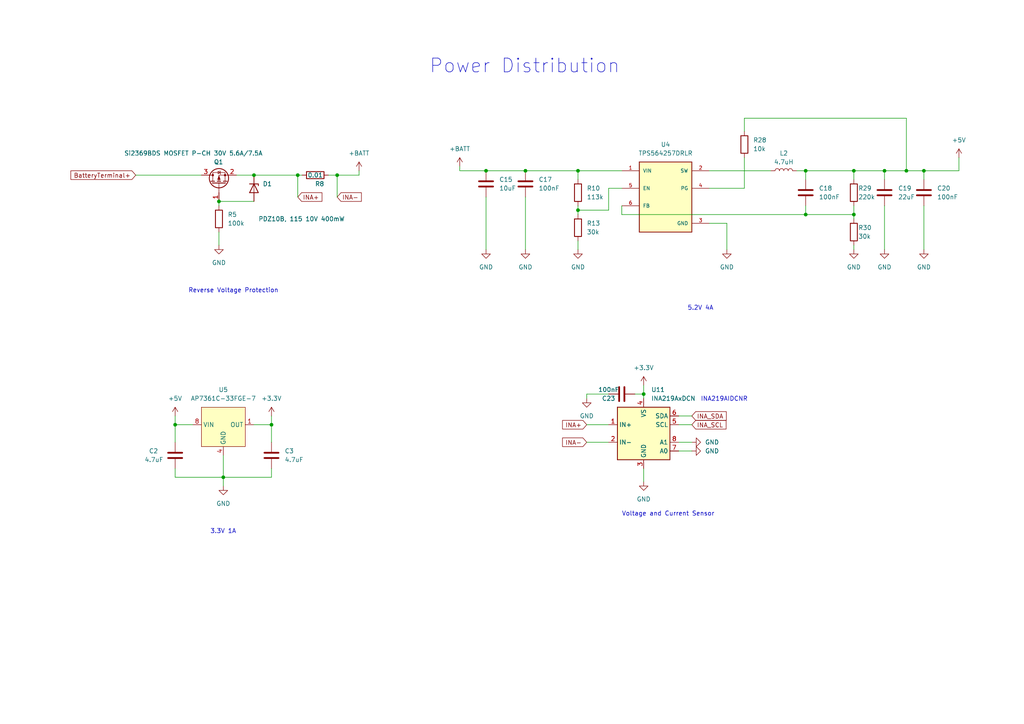
<source format=kicad_sch>
(kicad_sch (version 20231120) (generator "eeschema") (generator_version "8.0")
  (paper "A4")
  (lib_symbols
    (symbol "CustomLibrary:AP7361C-33FGE-7"
      (property "Reference" "U" (at 5.08 -6.35 0))
      (property "Value" "AP7361C-33FGE-7" (at -1.27 7.62 0))
      (symbol "AP7361C-33FGE-7_1_1"
        (rectangle (start -6.35 6.35) (end 6.35 -5.08) (fill (type background)))
        (pin power_out line (at 8.89 1.27 180) (length 2.54) (name "OUT") (number "1"))
        (pin power_in line (at 0 -7.62 90) (length 2.54) (name "GND") (number "4"))
        (pin power_in line (at -8.89 1.27 0) (length 2.54) (name "VIN") (number "8"))
      )
    )
    (symbol "Device:C" (pin_numbers hide) (pin_names (offset 0.254))
      (property "Reference" "C" (at 0.635 2.54 0))
      (property "Value" "C" (at 0.635 -2.54 0))
      (symbol "C_0_1"
        (polyline (pts (xy -2.032 -0.762) (xy 2.032 -0.762)) (stroke (width 0.508)))
        (polyline (pts (xy -2.032 0.762) (xy 2.032 0.762)) (stroke (width 0.508)))
      )
      (symbol "C_1_1"
        (pin passive line (at 0 3.81 270) (length 2.794) (name "~") (number "1"))
        (pin passive line (at 0 -3.81 90) (length 2.794) (name "~") (number "2"))
      )
    )
    (symbol "Device:D_Zener" (pin_numbers hide) (pin_names (offset 1.016) hide)
      (property "Reference" "D" (at 0 2.54 0))
      (property "Value" "D_Zener" (at 0 -2.54 0))
      (symbol "D_Zener_0_1"
        (polyline (pts (xy 1.27 0) (xy -1.27 0)))
        (polyline (pts (xy -1.27 -1.27) (xy -1.27 1.27) (xy -0.762 1.27)) (stroke (width 0.254)))
        (polyline (pts (xy 1.27 -1.27) (xy 1.27 1.27) (xy -1.27 0) (xy 1.27 -1.27)) (stroke (width 0.254)))
      )
      (symbol "D_Zener_1_1"
        (pin passive line (at -3.81 0 0) (length 2.54) (name "K") (number "1"))
        (pin passive line (at 3.81 0 180) (length 2.54) (name "A") (number "2"))
      )
    )
    (symbol "Device:L" (pin_numbers hide) (pin_names (offset 1.016) hide)
      (property "Reference" "L" (at -1.27 0 90))
      (property "Value" "L" (at 1.905 0 90))
      (symbol "L_0_1"
        (arc (start 0 -2.54) (mid 0.6323 -1.905) (end 0 -1.27))
        (arc (start 0 -1.27) (mid 0.6323 -0.635) (end 0 0))
        (arc (start 0 0) (mid 0.6323 0.635) (end 0 1.27))
        (arc (start 0 1.27) (mid 0.6323 1.905) (end 0 2.54))
      )
      (symbol "L_1_1"
        (pin passive line (at 0 3.81 270) (length 1.27) (name "1") (number "1"))
        (pin passive line (at 0 -3.81 90) (length 1.27) (name "2") (number "2"))
      )
    )
    (symbol "Device:R" (pin_numbers hide) (pin_names (offset 0))
      (property "Reference" "R" (at 2.032 0 90))
      (property "Value" "R" (at 0 0 90))
      (symbol "R_0_1"
        (rectangle (start -1.016 -2.54) (end 1.016 2.54) (stroke (width 0.254)))
      )
      (symbol "R_1_1"
        (pin passive line (at 0 3.81 270) (length 1.27) (name "~") (number "1"))
        (pin passive line (at 0 -3.81 90) (length 1.27) (name "~") (number "2"))
      )
    )
    (symbol "Sensor_Energy:INA219AxDCN"
      (property "Reference" "U" (at -6.35 8.89 0))
      (property "Value" "INA219AxDCN" (at 6.35 8.89 0))
      (symbol "INA219AxDCN_0_1"
        (rectangle (start -7.62 7.62) (end 7.62 -7.62) (stroke (width 0.254)) (fill (type background)))
      )
      (symbol "INA219AxDCN_1_1"
        (pin input line (at -10.16 2.54 0) (length 2.54) (name "IN+") (number "1"))
        (pin input line (at -10.16 -2.54 0) (length 2.54) (name "IN-") (number "2"))
        (pin power_in line (at 0 -10.16 90) (length 2.54) (name "GND") (number "3"))
        (pin power_in line (at 0 10.16 270) (length 2.54) (name "VS") (number "4"))
        (pin input line (at 10.16 2.54 180) (length 2.54) (name "SCL") (number "5"))
        (pin bidirectional line (at 10.16 5.08 180) (length 2.54) (name "SDA") (number "6"))
        (pin input line (at 10.16 -5.08 180) (length 2.54) (name "A0") (number "7"))
        (pin input line (at 10.16 -2.54 180) (length 2.54) (name "A1") (number "8"))
      )
    )
    (symbol "TPS564257DRLR:TPS564257DRLR" (pin_names (offset 1.016))
      (property "Reference" "U" (at -7.62 12.7 0))
      (property "Value" "TPS564257DRLR" (at -7.62 -12.7 0))
      (symbol "TPS564257DRLR_0_0"
        (rectangle (start -7.62 -10.16) (end 7.62 10.16) (stroke (width 0.254)) (fill (type background)))
        (pin power_in line (at -12.7 7.62 0) (length 5.08) (name "VIN") (number "1"))
        (pin power_in line (at 12.7 7.62 180) (length 5.08) (name "SW") (number "2"))
        (pin power_in line (at 12.7 -7.62 180) (length 5.08) (name "GND") (number "3"))
        (pin output line (at 12.7 2.54 180) (length 5.08) (name "PG") (number "4"))
        (pin input line (at -12.7 2.54 0) (length 5.08) (name "EN") (number "5"))
        (pin input line (at -12.7 -2.54 0) (length 5.08) (name "FB") (number "6"))
      )
    )
    (symbol "Transistor_FET:Si2371EDS" (pin_names hide)
      (property "Reference" "Q" (at 5.08 1.905 0))
      (property "Value" "Si2371EDS" (at 5.08 0 0))
      (symbol "Si2371EDS_0_1"
        (polyline (pts (xy 0.254 0) (xy -2.54 0)))
        (polyline (pts (xy 0.254 1.905) (xy 0.254 -1.905)) (stroke (width 0.254)))
        (polyline (pts (xy 0.762 -1.27) (xy 0.762 -2.286)) (stroke (width 0.254)))
        (polyline (pts (xy 0.762 0.508) (xy 0.762 -0.508)) (stroke (width 0.254)))
        (polyline (pts (xy 0.762 2.286) (xy 0.762 1.27)) (stroke (width 0.254)))
        (polyline (pts (xy 2.54 2.54) (xy 2.54 1.778)))
        (polyline (pts (xy 2.54 -2.54) (xy 2.54 0) (xy 0.762 0)))
        (polyline (pts (xy 0.762 1.778) (xy 3.302 1.778) (xy 3.302 -1.778) (xy 0.762 -1.778)))
        (polyline (pts (xy 2.286 0) (xy 1.27 0.381) (xy 1.27 -0.381) (xy 2.286 0)) (fill (type outline)))
        (polyline (pts (xy 2.794 -0.508) (xy 2.921 -0.381) (xy 3.683 -0.381) (xy 3.81 -0.254)))
        (polyline (pts (xy 3.302 -0.381) (xy 2.921 0.254) (xy 3.683 0.254) (xy 3.302 -0.381)))
        (circle (center 1.651 0) (radius 2.794) (stroke (width 0.254)))
        (circle (center 2.54 -1.778) (radius 0.254) (fill (type outline)))
        (circle (center 2.54 1.778) (radius 0.254) (fill (type outline)))
      )
      (symbol "Si2371EDS_1_1"
        (pin input line (at -5.08 0 0) (length 2.54) (name "G") (number "1"))
        (pin passive line (at 2.54 -5.08 90) (length 2.54) (name "S") (number "2"))
        (pin passive line (at 2.54 5.08 270) (length 2.54) (name "D") (number "3"))
      )
    )
    (symbol "power:+3.3V" (power) (pin_names (offset 0))
      (property "Value" "+3.3V" (at 0 3.556 0))
      (symbol "+3.3V_0_1"
        (polyline (pts (xy -0.762 1.27) (xy 0 2.54)))
        (polyline (pts (xy 0 0) (xy 0 2.54)))
        (polyline (pts (xy 0 2.54) (xy 0.762 1.27)))
      )
      (symbol "+3.3V_1_1"
        (pin power_in line (at 0 0 90) (length 0) hide (name "+3.3V") (number "1"))
      )
    )
    (symbol "power:+5V" (power) (pin_names (offset 0))
      (property "Value" "+5V" (at 0 3.556 0))
      (symbol "+5V_0_1"
        (polyline (pts (xy -0.762 1.27) (xy 0 2.54)))
        (polyline (pts (xy 0 0) (xy 0 2.54)))
        (polyline (pts (xy 0 2.54) (xy 0.762 1.27)))
      )
      (symbol "+5V_1_1"
        (pin power_in line (at 0 0 90) (length 0) hide (name "+5V") (number "1"))
      )
    )
    (symbol "power:+BATT" (power) (pin_names (offset 0))
      (property "Value" "+BATT" (at 0 3.556 0))
      (symbol "+BATT_0_1"
        (polyline (pts (xy -0.762 1.27) (xy 0 2.54)))
        (polyline (pts (xy 0 0) (xy 0 2.54)))
        (polyline (pts (xy 0 2.54) (xy 0.762 1.27)))
      )
      (symbol "+BATT_1_1"
        (pin power_in line (at 0 0 90) (length 0) hide (name "+BATT") (number "1"))
      )
    )
    (symbol "power:GND" (power) (pin_names (offset 0))
      (property "Value" "GND" (at 0 -3.81 0))
      (symbol "GND_0_1"
        (polyline (pts (xy 0 0) (xy 0 -1.27) (xy 1.27 -1.27) (xy 0 -2.54) (xy -1.27 -1.27) (xy 0 -1.27)))
      )
      (symbol "GND_1_1"
        (pin power_in line (at 0 0 270) (length 0) hide (name "GND") (number "1"))
      )
    )
  )
  (junction (at 167.64 49.53))
  (junction (at 50.8 123.19))
  (junction (at 73.66 50.8))
  (junction (at 267.97 49.53))
  (junction (at 86.36 50.8))
  (junction (at 64.77 138.43))
  (junction (at 233.68 62.23))
  (junction (at 233.68 49.53))
  (junction (at 140.97 49.53))
  (junction (at 78.74 123.19))
  (junction (at 167.64 60.96))
  (junction (at 247.65 49.53))
  (junction (at 256.54 49.53))
  (junction (at 63.5 58.42))
  (junction (at 262.89 49.53))
  (junction (at 152.4 49.53))
  (junction (at 247.65 62.23))
  (junction (at 97.79 50.8))
  (junction (at 186.69 114.3))
  (wire (pts (xy 50.8 138.43) (xy 64.77 138.43)))
  (wire (pts (xy 256.54 49.53) (xy 247.65 49.53)))
  (wire (pts (xy 86.36 50.8) (xy 86.36 57.15)))
  (wire (pts (xy 247.65 49.53) (xy 233.68 49.53)))
  (wire (pts (xy 167.64 60.96) (xy 167.64 62.23)))
  (wire (pts (xy 267.97 49.53) (xy 262.89 49.53)))
  (wire (pts (xy 210.82 64.77) (xy 210.82 72.39)))
  (wire (pts (xy 63.5 59.69) (xy 63.5 58.42)))
  (wire (pts (xy 78.74 138.43) (xy 78.74 135.89)))
  (wire (pts (xy 73.66 50.8) (xy 86.36 50.8)))
  (wire (pts (xy 104.14 49.53) (xy 104.14 50.8)))
  (wire (pts (xy 78.74 123.19) (xy 73.66 123.19)))
  (wire (pts (xy 233.68 59.69) (xy 233.68 62.23)))
  (wire (pts (xy 170.18 115.57) (xy 170.18 114.3)))
  (wire (pts (xy 247.65 71.12) (xy 247.65 72.39)))
  (wire (pts (xy 176.53 123.19) (xy 170.18 123.19)))
  (wire (pts (xy 233.68 52.07) (xy 233.68 49.53)))
  (wire (pts (xy 215.9 38.1) (xy 215.9 34.29)))
  (wire (pts (xy 133.35 49.53) (xy 140.97 49.53)))
  (wire (pts (xy 50.8 138.43) (xy 50.8 135.89)))
  (wire (pts (xy 267.97 59.69) (xy 267.97 72.39)))
  (wire (pts (xy 180.34 59.69) (xy 180.34 62.23)))
  (wire (pts (xy 39.37 50.8) (xy 58.42 50.8)))
  (wire (pts (xy 262.89 34.29) (xy 262.89 49.53)))
  (wire (pts (xy 247.65 62.23) (xy 247.65 63.5)))
  (wire (pts (xy 64.77 132.08) (xy 64.77 138.43)))
  (wire (pts (xy 247.65 59.69) (xy 247.65 62.23)))
  (wire (pts (xy 97.79 50.8) (xy 104.14 50.8)))
  (wire (pts (xy 95.25 50.8) (xy 97.79 50.8)))
  (wire (pts (xy 186.69 114.3) (xy 186.69 115.57)))
  (wire (pts (xy 186.69 111.76) (xy 186.69 114.3)))
  (wire (pts (xy 205.74 54.61) (xy 215.9 54.61)))
  (wire (pts (xy 176.53 128.27) (xy 170.18 128.27)))
  (wire (pts (xy 215.9 54.61) (xy 215.9 45.72)))
  (wire (pts (xy 267.97 52.07) (xy 267.97 49.53)))
  (wire (pts (xy 167.64 60.96) (xy 167.64 59.69)))
  (wire (pts (xy 196.85 128.27) (xy 200.66 128.27)))
  (wire (pts (xy 140.97 49.53) (xy 152.4 49.53)))
  (wire (pts (xy 64.77 138.43) (xy 64.77 140.97)))
  (wire (pts (xy 176.53 54.61) (xy 176.53 60.96)))
  (wire (pts (xy 78.74 128.27) (xy 78.74 123.19)))
  (wire (pts (xy 247.65 52.07) (xy 247.65 49.53)))
  (wire (pts (xy 63.5 67.31) (xy 63.5 71.12)))
  (wire (pts (xy 184.15 114.3) (xy 186.69 114.3)))
  (wire (pts (xy 50.8 123.19) (xy 50.8 128.27)))
  (wire (pts (xy 167.64 49.53) (xy 180.34 49.53)))
  (wire (pts (xy 68.58 50.8) (xy 73.66 50.8)))
  (wire (pts (xy 205.74 49.53) (xy 223.52 49.53)))
  (wire (pts (xy 152.4 57.15) (xy 152.4 72.39)))
  (wire (pts (xy 63.5 58.42) (xy 73.66 58.42)))
  (wire (pts (xy 186.69 135.89) (xy 186.69 139.7)))
  (wire (pts (xy 215.9 34.29) (xy 262.89 34.29)))
  (wire (pts (xy 78.74 120.65) (xy 78.74 123.19)))
  (wire (pts (xy 233.68 49.53) (xy 231.14 49.53)))
  (wire (pts (xy 64.77 138.43) (xy 78.74 138.43)))
  (wire (pts (xy 180.34 54.61) (xy 176.53 54.61)))
  (wire (pts (xy 86.36 50.8) (xy 87.63 50.8)))
  (wire (pts (xy 196.85 123.19) (xy 200.66 123.19)))
  (wire (pts (xy 196.85 130.81) (xy 200.66 130.81)))
  (wire (pts (xy 167.64 49.53) (xy 167.64 52.07)))
  (wire (pts (xy 140.97 57.15) (xy 140.97 72.39)))
  (wire (pts (xy 278.13 45.72) (xy 278.13 49.53)))
  (wire (pts (xy 167.64 69.85) (xy 167.64 72.39)))
  (wire (pts (xy 256.54 59.69) (xy 256.54 72.39)))
  (wire (pts (xy 180.34 62.23) (xy 233.68 62.23)))
  (wire (pts (xy 262.89 49.53) (xy 256.54 49.53)))
  (wire (pts (xy 278.13 49.53) (xy 267.97 49.53)))
  (wire (pts (xy 256.54 52.07) (xy 256.54 49.53)))
  (wire (pts (xy 97.79 50.8) (xy 97.79 57.15)))
  (wire (pts (xy 50.8 123.19) (xy 50.8 120.65)))
  (wire (pts (xy 170.18 114.3) (xy 176.53 114.3)))
  (wire (pts (xy 233.68 62.23) (xy 247.65 62.23)))
  (wire (pts (xy 55.88 123.19) (xy 50.8 123.19)))
  (wire (pts (xy 205.74 64.77) (xy 210.82 64.77)))
  (wire (pts (xy 133.35 48.26) (xy 133.35 49.53)))
  (wire (pts (xy 152.4 49.53) (xy 167.64 49.53)))
  (wire (pts (xy 176.53 60.96) (xy 167.64 60.96)))
  (wire (pts (xy 196.85 120.65) (xy 200.66 120.65)))
  (text "INA219AIDCNR" (at 210.058 115.824 0) (effects (font (size 1.27 1.27))))
  (text "Voltage and Current Sensor\n" (at 180.34 149.86 0) (effects (font (size 1.27 1.27)) (justify left bottom)))
  (text "3.3V 1A" (at 60.96 154.94 0) (effects (font (size 1.27 1.27)) (justify left bottom)))
  (text "Reverse Voltage Protection\n" (at 54.61 85.09 0) (effects (font (size 1.27 1.27)) (justify left bottom)))
  (text "5.2V 4A" (at 199.39 90.17 0) (effects (font (size 1.27 1.27)) (justify left bottom)))
  (text "Power Distribution" (at 124.46 21.59 0) (effects (font (size 4 4)) (justify left bottom)))
  (global_label "INA_SDA" (shape input) (at 200.66 120.65 0) (property "Intersheetrefs" "${INTERSHEET_REFS}" (effects (hide yes))))
  (global_label "INA-" (shape input) (at 170.18 128.27 180) (property "Intersheetrefs" "${INTERSHEET_REFS}" (effects (hide yes))))
  (global_label "INA+" (shape input) (at 86.36 57.15 0) (property "Intersheetrefs" "${INTERSHEET_REFS}" (effects (hide yes))))
  (global_label "INA+" (shape input) (at 170.18 123.19 180) (property "Intersheetrefs" "${INTERSHEET_REFS}" (effects (hide yes))))
  (global_label "BatteryTerminal+" (shape input) (at 39.37 50.8 180) (property "Intersheetrefs" "${INTERSHEET_REFS}" (effects (hide yes))))
  (global_label "INA_SCL" (shape input) (at 200.66 123.19 0) (property "Intersheetrefs" "${INTERSHEET_REFS}" (effects (hide yes))))
  (global_label "INA-" (shape input) (at 97.79 57.15 0) (property "Intersheetrefs" "${INTERSHEET_REFS}" (effects (hide yes))))
  (symbol (lib_id "Device:R") (at 247.65 55.88 0) (unit 1)
    (property "Reference" "R29" (at 248.92 54.61 0) (effects (justify left)))
    (property "Value" "220k" (at 248.92 57.15 0) (effects (justify left)))
    (property "Footprint" "Resistor_SMD:R_0603_1608Metric" (effects (hide yes)))
  )
  (symbol (lib_id "Device:C") (at 78.74 132.08 0) (unit 1)
    (property "Reference" "C3" (at 82.55 130.81 0) (effects (justify left)))
    (property "Value" "4.7uF" (at 82.55 133.35 0) (effects (justify left)))
    (property "Footprint" "Capacitor_SMD:C_0603_1608Metric" (effects (hide yes)))
  )
  (symbol (lib_id "Device:R") (at 63.5 63.5 0) (unit 1)
    (property "Reference" "R5" (at 66.04 62.23 0) (effects (justify left)))
    (property "Value" "100k" (at 66.04 64.77 0) (effects (justify left)))
    (property "Footprint" "Resistor_SMD:R_0805_2012Metric" (effects (hide yes)))
  )
  (symbol (lib_id "power:GND") (at 200.66 128.27 90) (unit 1)
    (property "Reference" "#PWR055" (effects (hide yes)))
    (property "Value" "GND" (at 204.47 128.27 90) (effects (justify right)))
  )
  (symbol (lib_id "power:GND") (at 247.65 72.39 0) (unit 1)
    (property "Reference" "#PWR0119" (effects (hide yes)))
    (property "Value" "GND" (at 247.65 77.47 0))
  )
  (symbol (lib_id "power:+3.3V") (at 78.74 120.65 0) (unit 1)
    (property "Reference" "#PWR023" (effects (hide yes)))
    (property "Value" "+3.3V" (at 78.74 115.57 0))
  )
  (symbol (lib_id "power:GND") (at 200.66 130.81 90) (unit 1)
    (property "Reference" "#PWR056" (effects (hide yes)))
    (property "Value" "GND" (at 204.47 130.81 90) (effects (justify right)))
  )
  (symbol (lib_id "power:GND") (at 152.4 72.39 0) (unit 1)
    (property "Reference" "#PWR0115" (effects (hide yes)))
    (property "Value" "GND" (at 152.4 77.47 0))
  )
  (symbol (lib_id "Device:R") (at 167.64 55.88 0) (unit 1)
    (property "Reference" "R10" (at 170.18 54.61 0) (effects (justify left)))
    (property "Value" "113k" (at 170.18 57.15 0) (effects (justify left)))
    (property "Footprint" "Resistor_SMD:R_0603_1608Metric" (effects (hide yes)))
  )
  (symbol (lib_id "power:GND") (at 63.5 71.12 0) (unit 1)
    (property "Reference" "#PWR05" (effects (hide yes)))
    (property "Value" "GND" (at 63.5 76.2 0))
  )
  (symbol (lib_id "TPS564257DRLR:TPS564257DRLR") (at 193.04 57.15 0) (unit 1)
    (property "Reference" "U4" (at 193.04 41.91 0))
    (property "Value" "TPS564257DRLR" (at 193.04 44.45 0))
    (property "Footprint" "CustomFootprints:SOT50P160X60-6N" (effects (hide yes)))
    (property "PARTREV" "A" (effects (hide yes)))
    (property "STANDARD" "IPC-7351B" (effects (hide yes)))
    (property "MAXIMUM_PACKAGE_HEIGHT" "0.60mm" (effects (hide yes)))
    (property "MANUFACTURER" "Texas Instruments" (effects (hide yes)))
  )
  (symbol (lib_id "Device:C") (at 152.4 53.34 0) (unit 1)
    (property "Reference" "C17" (at 156.21 52.07 0) (effects (justify left)))
    (property "Value" "100nF" (at 156.21 54.61 0) (effects (justify left)))
    (property "Footprint" "Capacitor_SMD:C_0603_1608Metric" (effects (hide yes)))
  )
  (symbol (lib_id "Device:R") (at 167.64 66.04 0) (unit 1)
    (property "Reference" "R13" (at 170.18 64.77 0) (effects (justify left)))
    (property "Value" "30k" (at 170.18 67.31 0) (effects (justify left)))
    (property "Footprint" "Resistor_SMD:R_0603_1608Metric" (effects (hide yes)))
  )
  (symbol (lib_id "Device:C") (at 233.68 55.88 0) (unit 1)
    (property "Reference" "C18" (at 237.49 54.61 0) (effects (justify left)))
    (property "Value" "100nF" (at 237.49 57.15 0) (effects (justify left)))
    (property "Footprint" "Capacitor_SMD:C_0603_1608Metric" (effects (hide yes)))
  )
  (symbol (lib_id "power:+BATT") (at 133.35 48.26 0) (unit 1)
    (property "Reference" "#PWR054" (effects (hide yes)))
    (property "Value" "+BATT" (at 133.35 43.18 0))
  )
  (symbol (lib_id "Device:D_Zener") (at 73.66 54.61 270) (unit 1)
    (property "Reference" "D1" (at 76.2 53.34 90) (effects (justify left)))
    (property "Value" "PDZ10B, 115 10V 400mW" (at 74.93 63.5 90) (effects (justify left)))
    (property "Footprint" "Diode_SMD:D_0805_2012Metric" (effects (hide yes)))
    (property "Datasheet" "https://assets.nexperia.com/documents/data-sheet/PDZ-B_SER.pdf" (effects (hide yes)))
    (property "Digikey" "https://www.digikey.in/en/products/detail/nexperia-usa-inc/PDZ10B-115/1157349" (effects (hide yes)))
  )
  (symbol (lib_id "Device:C") (at 267.97 55.88 0) (unit 1)
    (property "Reference" "C20" (at 271.78 54.61 0) (effects (justify left)))
    (property "Value" "100nF" (at 271.78 57.15 0) (effects (justify left)))
    (property "Footprint" "Capacitor_SMD:C_0603_1608Metric" (effects (hide yes)))
  )
  (symbol (lib_id "power:+5V") (at 278.13 45.72 0) (unit 1)
    (property "Reference" "#PWR0120" (effects (hide yes)))
    (property "Value" "+5V" (at 278.13 40.64 0))
  )
  (symbol (lib_id "Transistor_FET:Si2371EDS") (at 63.5 53.34 90) (unit 1)
    (property "Reference" "Q1" (at 64.77 46.99 90) (effects (justify left)))
    (property "Value" "Si2369BDS MOSFET P-CH 30V 5.6A/7.5A" (at 76.2 44.45 90) (effects (justify left)))
    (property "Footprint" "Package_TO_SOT_SMD:SOT-23" (effects (hide yes)))
    (property "Datasheet" "https://www.vishay.com/docs/77098/si2369bds.pdf" (effects (hide yes)))
    (property "Digikey" "https://www.digikey.in/en/products/detail/vishay-siliconix/SI2369BDS-T1-GE3/10484579" (effects (hide yes)))
  )
  (symbol (lib_id "power:+BATT") (at 104.14 49.53 0) (unit 1)
    (property "Reference" "#PWR010" (effects (hide yes)))
    (property "Value" "+BATT" (at 104.14 44.45 0))
  )
  (symbol (lib_id "power:GND") (at 267.97 72.39 0) (unit 1)
    (property "Reference" "#PWR0122" (effects (hide yes)))
    (property "Value" "GND" (at 267.97 77.47 0))
  )
  (symbol (lib_id "Device:R") (at 91.44 50.8 90) (unit 1)
    (property "Reference" "R8" (at 92.71 53.34 90))
    (property "Value" "0.01" (at 91.44 50.8 90))
    (property "Footprint" "Resistor_SMD:R_2512_6332Metric" (effects (hide yes)))
  )
  (symbol (lib_id "Device:C") (at 180.34 114.3 90) (unit 1)
    (property "Reference" "C23" (at 176.53 115.57 90))
    (property "Value" "100nF" (at 176.53 113.03 90))
    (property "Footprint" "Capacitor_SMD:C_0603_1608Metric" (effects (hide yes)))
  )
  (symbol (lib_id "Device:C") (at 140.97 53.34 0) (unit 1)
    (property "Reference" "C15" (at 144.78 52.07 0) (effects (justify left)))
    (property "Value" "10uF" (at 144.78 54.61 0) (effects (justify left)))
    (property "Footprint" "Capacitor_SMD:C_0603_1608Metric" (effects (hide yes)))
  )
  (symbol (lib_id "Sensor_Energy:INA219AxDCN") (at 186.69 125.73 0) (unit 1)
    (property "Reference" "U11" (at 188.8841 113.03 0) (effects (justify left)))
    (property "Value" "INA219AxDCN" (at 188.8841 115.57 0) (effects (justify left)))
    (property "Footprint" "Package_TO_SOT_SMD:SOT-23-8" (effects (hide yes)))
    (property "Datasheet" "https://www.ti.com/lit/ds/symlink/ina219.pdf?HQS=dis-dk-null-digikeymode-dsf-pf-null-wwe&ts=1705769476656&ref_url=https%253A%252F%252Fwww.ti.com%252Fgeneral%252Fdocs%252Fsuppproductinfo.tsp%253FdistId%253D10%2526gotoUrl%253Dhttps%253A%252F%252Fwww.ti.com%252Flit%252Fgpn%252Fina219" (effects (hide yes)))
    (property "Digikey" "https://www.digikey.in/en/products/detail/texas-instruments/INA219AIDCNR/1952540" (effects (hide yes)))
  )
  (symbol (lib_id "power:GND") (at 64.77 140.97 0) (unit 1)
    (property "Reference" "#PWR024" (effects (hide yes)))
    (property "Value" "GND" (at 64.77 146.05 0))
  )
  (symbol (lib_id "power:+5V") (at 50.8 120.65 0) (unit 1)
    (property "Reference" "#PWR022" (effects (hide yes)))
    (property "Value" "+5V" (at 50.8 115.57 0))
  )
  (symbol (lib_id "power:GND") (at 256.54 72.39 0) (unit 1)
    (property "Reference" "#PWR0121" (effects (hide yes)))
    (property "Value" "GND" (at 256.54 77.47 0))
  )
  (symbol (lib_id "Device:R") (at 215.9 41.91 0) (unit 1)
    (property "Reference" "R28" (at 218.44 40.64 0) (effects (justify left)))
    (property "Value" "10k" (at 218.44 43.18 0) (effects (justify left)))
    (property "Footprint" "Resistor_SMD:R_0603_1608Metric" (effects (hide yes)))
  )
  (symbol (lib_id "power:GND") (at 170.18 115.57 0) (mirror y) (unit 1)
    (property "Reference" "#PWR043" (effects (hide yes)))
    (property "Value" "GND" (at 170.18 120.65 0))
  )
  (symbol (lib_id "Device:C") (at 256.54 55.88 0) (unit 1)
    (property "Reference" "C19" (at 260.482 54.61 0) (effects (justify left)))
    (property "Value" "22uF" (at 260.482 57.15 0) (effects (justify left)))
    (property "Footprint" "Capacitor_SMD:C_0805_2012Metric" (effects (hide yes)))
  )
  (symbol (lib_id "power:GND") (at 186.69 139.7 0) (unit 1)
    (property "Reference" "#PWR049" (effects (hide yes)))
    (property "Value" "GND" (at 186.69 144.78 0))
  )
  (symbol (lib_id "Device:C") (at 50.8 132.08 0) (unit 1)
    (property "Reference" "C2" (at 43.18 130.81 0) (effects (justify left)))
    (property "Value" "4.7uF" (at 41.91 133.35 0) (effects (justify left)))
    (property "Footprint" "Capacitor_SMD:C_0603_1608Metric" (effects (hide yes)))
  )
  (symbol (lib_id "power:GND") (at 140.97 72.39 0) (unit 1)
    (property "Reference" "#PWR0116" (effects (hide yes)))
    (property "Value" "GND" (at 140.97 77.47 0))
  )
  (symbol (lib_id "Device:L") (at 227.33 49.53 90) (unit 1)
    (property "Reference" "L2" (at 227.33 44.45 90))
    (property "Value" "4.7uH" (at 227.33 46.99 90))
    (property "Footprint" "Inductor_SMD:L_Cenker_CKCS8040" (effects (hide yes)))
  )
  (symbol (lib_id "power:+3.3V") (at 186.69 111.76 0) (unit 1)
    (property "Reference" "#PWR046" (effects (hide yes)))
    (property "Value" "+3.3V" (at 186.69 106.68 0))
  )
  (symbol (lib_id "power:GND") (at 167.64 72.39 0) (unit 1)
    (property "Reference" "#PWR0114" (effects (hide yes)))
    (property "Value" "GND" (at 167.64 77.47 0))
  )
  (symbol (lib_id "CustomLibrary:AP7361C-33FGE-7") (at 64.77 124.46 0) (unit 1)
    (property "Reference" "U5" (at 64.77 113.03 0))
    (property "Value" "AP7361C-33FGE-7" (at 64.77 115.57 0))
    (property "Footprint" "Package_DFN_QFN:MLF-8-1EP_3x3mm_P0.65mm_EP1.55x2.3mm" (effects (hide yes)))
    (property "Datasheet" "https://www.diodes.com/assets/Datasheets/AP7361C.pdf" (effects (hide yes)))
    (property "Digikey" "https://www.digikey.in/en/products/detail/diodes-incorporated/AP7361C-33FGE-7/5638320" (effects (hide yes)))
  )
  (symbol (lib_id "Device:R") (at 247.65 67.31 0) (unit 1)
    (property "Reference" "R30" (at 248.92 66.04 0) (effects (justify left)))
    (property "Value" "30k" (at 248.92 68.58 0) (effects (justify left)))
    (property "Footprint" "Resistor_SMD:R_0603_1608Metric" (effects (hide yes)))
  )
  (symbol (lib_id "power:GND") (at 210.82 72.39 0) (unit 1)
    (property "Reference" "#PWR0118" (effects (hide yes)))
    (property "Value" "GND" (at 210.82 77.47 0))
  )
)
</source>
